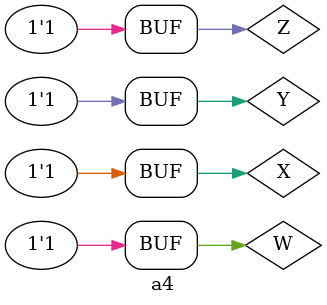
<source format=v>
module PoS (output S1, output S2, input X, Y, W, Z); // MAXTERMOS
// M 5 6 7
assign S1 = (X|Y|~W|Z) & (X|~Y|W|~Z) & (X|~Y|~W|~Z) & (~X|Y|~W|Z);
assign S2 = (X | ~Y | ~Z) & (Y | ~W | Z);
endmodule // PoS

module a4;
reg X, Y, W, Z;
wire S1, S2;
// instancias
PoS POS1(S1, S2, X, Y, W, Z);
// valores iniciais
initial begin: start
X=1'bx; Y=1'bx; Z=1'bx; W=1'bx;// indefinidos
end
// parte principal
initial begin: main
// identificacao
$display("Produto da Soma");
// monitoramento
$display(" X  Y  W  Z =   nao_simpl\tsimpl");
$monitor("%2b %2b %2b %2b = \t  %2b  \t\t%2b", X, Y, W, Z, S1, S2);
// sinalizacao
#1 X=0; Y=0; W=0; Z=0;
#1 X=0; Y=0; W=0; Z=1;
#1 X=0; Y=0; W=1; Z=0;
#1 X=0; Y=0; W=1; Z=1;
#1 X=0; Y=1; W=0; Z=0;
#1 X=0; Y=1; W=0; Z=1;
#1 X=0; Y=1; W=1; Z=0;
#1 X=0; Y=1; W=1; Z=1;
#1 X=1; Y=0; W=0; Z=0;
#1 X=1; Y=0; W=0; Z=1;
#1 X=1; Y=0; W=1; Z=0;
#1 X=1; Y=0; W=1; Z=1;
#1 X=1; Y=1; W=0; Z=0;
#1 X=1; Y=1; W=0; Z=1;
#1 X=1; Y=1; W=1; Z=0;
#1 X=1; Y=1; W=1; Z=1;
end
endmodule // test_module
</source>
